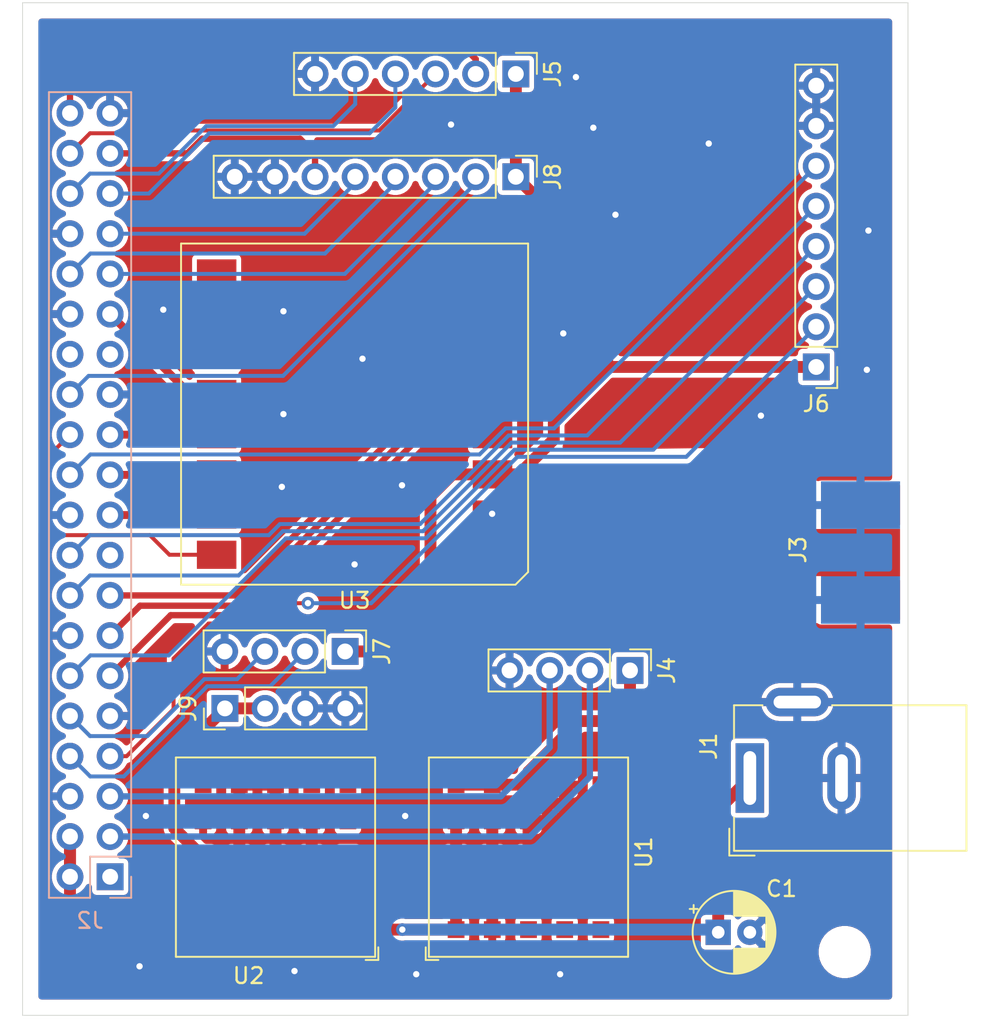
<source format=kicad_pcb>
(kicad_pcb (version 20171130) (host pcbnew 5.1.6-1.fc32)
  (layers (0 F.Cu signal) (31 B.Cu signal) (34 B.Paste user) (35 F.Paste user) (36 B.SilkS user) (37 F.SilkS user) (38 B.Mask user) (39 F.Mask user) (44 Edge.Cuts user))
  (net 0 "")
  (net 1 +VDC)
  (net 2 GND)
  (net 3 "Net-(J2-Pad1)")
  (net 4 +5V)
  (net 5 "Net-(J2-Pad3)")
  (net 6 "Net-(J2-Pad5)")
  (net 7 "Net-(J2-Pad7)")
  (net 8 "Net-(J2-Pad8)")
  (net 9 "Net-(J2-Pad10)")
  (net 10 "Net-(J2-Pad12)")
  (net 11 /LORA_RESET)
  (net 12 "Net-(J2-Pad16)")
  (net 13 "Net-(J2-Pad17)")
  (net 14 /LORA_DIO0)
  (net 15 /SPI0_MOSI)
  (net 16 /SPI0_MISO)
  (net 17 /LORA_RX_SW)
  (net 18 /SPI0_SCLK)
  (net 19 /~SPI0_CE0)
  (net 20 "Net-(J2-Pad26)")
  (net 21 "Net-(J2-Pad27)")
  (net 22 "Net-(J2-Pad28)")
  (net 23 "Net-(J2-Pad31)")
  (net 24 "Net-(J2-Pad32)")
  (net 25 "Net-(J2-Pad33)")
  (net 26 "Net-(J2-Pad35)")
  (net 27 "Net-(J2-Pad36)")
  (net 28 /LORA_TX_SW)
  (net 29 "Net-(J2-Pad38)")
  (net 30 "Net-(J2-Pad40)")
  (net 31 "Net-(U1-PadE5)")
  (net 32 +3V3)
  (net 33 "Net-(U1-PadE2)")
  (net 34 "Net-(U1-PadE1)")
  (net 35 "Net-(U1-PadD1)")
  (net 36 "Net-(U1-PadC1)")
  (net 37 "Net-(U2-PadC1)")
  (net 38 "Net-(U2-PadD1)")
  (net 39 "Net-(U2-PadE1)")
  (net 40 "Net-(U2-PadE2)")
  (net 41 "Net-(U2-PadE5)")
  (net 42 "Net-(U3-Pad11)")
  (net 43 "Net-(U3-Pad10)")
  (net 44 "Net-(U3-Pad7)")
  (net 45 "Net-(U3-Pad9)")
  (net 46 "Net-(U3-Pad8)")
  (net 47 "Net-(J2-Pad18)")
  (net 48 "Net-(J2-Pad22)")
  (net 49 "Net-(J2-Pad37)")
  (net 50 /ANT)
  (module Connector_PinHeader_2.54mm:PinHeader_1x04_P2.54mm_Vertical (layer F.Cu) (at 68.8 108.6 90)
    (fp_text reference J9 (at 0 -2.33 90) (layer F.SilkS))
    (fp_text value Conn_01x04)
    (pad 4 thru_hole oval (at 0 7.62 90) (size 1.7 1.7) (drill 1) (layers *.Cu *.Mask) (net 2 GND))
    (pad 3 thru_hole oval (at 0 5.08 90) (size 1.7 1.7) (drill 1) (layers *.Cu *.Mask) (net 2 GND))
    (pad 2 thru_hole oval (at 0 2.54 90) (size 1.7 1.7) (drill 1) (layers *.Cu *.Mask) (net 4 +5V))
    (pad 1 thru_hole rect (at 0 0 90) (size 1.7 1.7) (drill 1) (layers *.Cu *.Mask) (net 4 +5V))
  )
  (module Connector_PinHeader_2.54mm:PinHeader_1x08_P2.54mm_Vertical (layer F.Cu) (at 87.2 75 270)
    (fp_text reference J8 (at 0 -2.33 90) (layer F.SilkS))
    (fp_text value Conn_01x08)
    (pad 8 thru_hole oval (at 0 17.78 270) (size 1.7 1.7) (drill 1) (layers *.Cu *.Mask) (net 2 GND))
    (pad 7 thru_hole oval (at 0 15.24 270) (size 1.7 1.7) (drill 1) (layers *.Cu *.Mask) (net 2 GND))
    (pad 6 thru_hole oval (at 0 12.7 270) (size 1.7 1.7) (drill 1) (layers *.Cu *.Mask) (net 49 "Net-(J2-Pad37)"))
    (pad 5 thru_hole oval (at 0 10.16 270) (size 1.7 1.7) (drill 1) (layers *.Cu *.Mask) (net 25 "Net-(J2-Pad33)"))
    (pad 4 thru_hole oval (at 0 7.62 270) (size 1.7 1.7) (drill 1) (layers *.Cu *.Mask) (net 24 "Net-(J2-Pad32)"))
    (pad 3 thru_hole oval (at 0 5.08 270) (size 1.7 1.7) (drill 1) (layers *.Cu *.Mask) (net 23 "Net-(J2-Pad31)"))
    (pad 2 thru_hole oval (at 0 2.54 270) (size 1.7 1.7) (drill 1) (layers *.Cu *.Mask) (net 20 "Net-(J2-Pad26)"))
    (pad 1 thru_hole rect (at 0 0 270) (size 1.7 1.7) (drill 1) (layers *.Cu *.Mask) (net 32 +3V3))
  )
  (module Connector_PinHeader_2.54mm:PinHeader_1x04_P2.54mm_Vertical (layer F.Cu) (at 76.4 105 270)
    (fp_text reference J7 (at 0 -2.33 90) (layer F.SilkS))
    (fp_text value Conn_01x04)
    (pad 4 thru_hole oval (at 0 7.62 270) (size 1.7 1.7) (drill 1) (layers *.Cu *.Mask) (net 2 GND))
    (pad 3 thru_hole oval (at 0 5.08 270) (size 1.7 1.7) (drill 1) (layers *.Cu *.Mask) (net 9 "Net-(J2-Pad10)"))
    (pad 2 thru_hole oval (at 0 2.54 270) (size 1.7 1.7) (drill 1) (layers *.Cu *.Mask) (net 8 "Net-(J2-Pad8)"))
    (pad 1 thru_hole rect (at 0 0 270) (size 1.7 1.7) (drill 1) (layers *.Cu *.Mask) (net 32 +3V3))
  )
  (module Connector_PinHeader_2.54mm:PinHeader_1x08_P2.54mm_Vertical (layer F.Cu) (at 106.2 87.02 180)
    (fp_text reference J6 (at 0 -2.33) (layer F.SilkS))
    (fp_text value Conn_01x08)
    (pad 8 thru_hole oval (at 0 17.78 180) (size 1.7 1.7) (drill 1) (layers *.Cu *.Mask) (net 2 GND))
    (pad 7 thru_hole oval (at 0 15.24 180) (size 1.7 1.7) (drill 1) (layers *.Cu *.Mask) (net 2 GND))
    (pad 6 thru_hole oval (at 0 12.7 180) (size 1.7 1.7) (drill 1) (layers *.Cu *.Mask) (net 48 "Net-(J2-Pad22)"))
    (pad 5 thru_hole oval (at 0 10.16 180) (size 1.7 1.7) (drill 1) (layers *.Cu *.Mask) (net 47 "Net-(J2-Pad18)"))
    (pad 4 thru_hole oval (at 0 7.62 180) (size 1.7 1.7) (drill 1) (layers *.Cu *.Mask) (net 12 "Net-(J2-Pad16)"))
    (pad 3 thru_hole oval (at 0 5.08 180) (size 1.7 1.7) (drill 1) (layers *.Cu *.Mask) (net 10 "Net-(J2-Pad12)"))
    (pad 2 thru_hole oval (at 0 2.54 180) (size 1.7 1.7) (drill 1) (layers *.Cu *.Mask) (net 7 "Net-(J2-Pad7)"))
    (pad 1 thru_hole rect (at 0 0 180) (size 1.7 1.7) (drill 1) (layers *.Cu *.Mask) (net 32 +3V3))
  )
  (module Connector_PinHeader_2.54mm:PinHeader_1x06_P2.54mm_Vertical (layer F.Cu) (at 87.2 68.5 270)
    (fp_text reference J5 (at 0 -2.33 90) (layer F.SilkS))
    (fp_text value Conn_01x06)
    (pad 6 thru_hole oval (at 0 12.7 270) (size 1.7 1.7) (drill 1) (layers *.Cu *.Mask) (net 2 GND))
    (pad 5 thru_hole oval (at 0 10.16 270) (size 1.7 1.7) (drill 1) (layers *.Cu *.Mask) (net 27 "Net-(J2-Pad36)"))
    (pad 4 thru_hole oval (at 0 7.62 270) (size 1.7 1.7) (drill 1) (layers *.Cu *.Mask) (net 26 "Net-(J2-Pad35)"))
    (pad 3 thru_hole oval (at 0 5.08 270) (size 1.7 1.7) (drill 1) (layers *.Cu *.Mask) (net 29 "Net-(J2-Pad38)"))
    (pad 2 thru_hole oval (at 0 2.54 270) (size 1.7 1.7) (drill 1) (layers *.Cu *.Mask) (net 30 "Net-(J2-Pad40)"))
    (pad 1 thru_hole rect (at 0 0 270) (size 1.7 1.7) (drill 1) (layers *.Cu *.Mask) (net 32 +3V3))
  )
  (module Connector_PinHeader_2.54mm:PinHeader_1x04_P2.54mm_Vertical (layer F.Cu) (at 94.42 106.2 270)
    (fp_text reference J4 (at 0 -2.33 90) (layer F.SilkS))
    (fp_text value Conn_01x04)
    (pad 4 thru_hole oval (at 0 7.62 270) (size 1.7 1.7) (drill 1) (layers *.Cu *.Mask) (net 2 GND))
    (pad 3 thru_hole oval (at 0 5.08 270) (size 1.7 1.7) (drill 1) (layers *.Cu *.Mask) (net 6 "Net-(J2-Pad5)"))
    (pad 2 thru_hole oval (at 0 2.54 270) (size 1.7 1.7) (drill 1) (layers *.Cu *.Mask) (net 5 "Net-(J2-Pad3)"))
    (pad 1 thru_hole rect (at 0 0 270) (size 1.7 1.7) (drill 1) (layers *.Cu *.Mask) (net 32 +3V3))
  )
  (module pi-lora-board:BarrelJack_Wuerth_6941xx301002 (layer F.Cu) (at 102 113 90)
    (fp_text reference J1 (at 2 -2.6 90) (layer F.SilkS))
    (fp_text value VDC_in)
    (pad 1 thru_hole rect (at 0 0 90) (size 4.4 1.8) (drill oval 3.4 0.8) (layers *.Cu *.Mask) (net 1 +VDC))
    (pad 2 thru_hole oval (at 0 5.8 90) (size 4 1.8) (drill oval 3 0.8) (layers *.Cu *.Mask) (net 2 GND))
    (pad 3 thru_hole oval (at 4.8 3 180) (size 4 1.8) (drill oval 3 0.8) (layers *.Cu *.Mask) (net 2 GND))
  )
  (module pi-lora-board:LoRa-16 (layer F.Cu) (at 77 90 90)
    (fp_text reference U3 (at -11.78 0) (layer F.SilkS))
    (fp_text value RF-LoRa-868-SO)
    (pad 16 smd rect (at -8.89 -8.725 90) (size 1.78 2.5) (layers F.Cu F.Paste F.Mask) (net 19 /~SPI0_CE0))
    (pad 1 smd rect (at -8.89 8.725 90) (size 1.78 2.5) (layers F.Cu F.Paste F.Mask) (net 50 /ANT))
    (pad 15 smd rect (at -6.35 -8.725 90) (size 1.78 2.5) (layers F.Cu F.Paste F.Mask) (net 15 /SPI0_MOSI))
    (pad 2 smd rect (at -6.35 8.725 90) (size 1.78 2.5) (layers F.Cu F.Paste F.Mask) (net 2 GND))
    (pad 14 smd rect (at -3.81 -8.725 90) (size 1.78 2.5) (layers F.Cu F.Paste F.Mask) (net 16 /SPI0_MISO))
    (pad 3 smd rect (at -3.81 8.725 90) (size 1.78 2.5) (layers F.Cu F.Paste F.Mask) (net 32 +3V3))
    (pad 13 smd rect (at -1.27 -8.725 90) (size 1.78 2.5) (layers F.Cu F.Paste F.Mask) (net 18 /SPI0_SCLK))
    (pad 4 smd rect (at -1.27 8.725 90) (size 1.78 2.5) (layers F.Cu F.Paste F.Mask) (net 17 /LORA_RX_SW))
    (pad 12 smd rect (at 1.27 -8.725 90) (size 1.78 2.5) (layers F.Cu F.Paste F.Mask) (net 11 /LORA_RESET))
    (pad 5 smd rect (at 1.27 8.725 90) (size 1.78 2.5) (layers F.Cu F.Paste F.Mask) (net 28 /LORA_TX_SW))
    (pad 11 smd rect (at 3.81 -8.725 90) (size 1.78 2.5) (layers F.Cu F.Paste F.Mask) (net 42 "Net-(U3-Pad11)"))
    (pad 6 smd rect (at 3.81 8.725 90) (size 1.78 2.5) (layers F.Cu F.Paste F.Mask) (net 14 /LORA_DIO0))
    (pad 10 smd rect (at 6.35 -8.725 90) (size 1.78 2.5) (layers F.Cu F.Paste F.Mask) (net 43 "Net-(U3-Pad10)"))
    (pad 7 smd rect (at 6.35 8.725 90) (size 1.78 2.5) (layers F.Cu F.Paste F.Mask) (net 44 "Net-(U3-Pad7)"))
    (pad 9 smd rect (at 8.89 -8.725 90) (size 1.78 2.5) (layers F.Cu F.Paste F.Mask) (net 45 "Net-(U3-Pad9)"))
    (pad 8 smd rect (at 8.89 8.725 90) (size 1.78 2.5) (layers F.Cu F.Paste F.Mask) (net 46 "Net-(U3-Pad8)"))
  )
  (module pi-lora-board:RS-PRO-EdgeMount-SMA (layer F.Cu) (at 109 98.75 90)
    (fp_text reference J3 (at 0.175 -3.95 90) (layer F.SilkS))
    (fp_text value SMA_Female)
    (pad 2 smd rect (at -3 0 90) (size 3 5) (layers B.Cu F.Paste F.Mask) (net 2 GND))
    (pad 2 smd rect (at 3 0 90) (size 3 5) (layers B.Cu F.Paste F.Mask) (net 2 GND))
    (pad 2 smd rect (at -3 0 90) (size 2.5 5) (layers F.Cu F.Paste F.Mask) (net 2 GND))
    (pad 2 smd rect (at 3 0 90) (size 2.5 5) (layers F.Cu F.Paste F.Mask) (net 2 GND))
    (pad 1 smd rect (at 0 0 90) (size 3 5) (layers F.Cu F.Paste F.Mask) (net 50 /ANT))
  )
  (module MountingHole:MountingHole_2.7mm_M2.5 (layer F.Cu) (at 108 124)
    (fp_text reference REF** hide)
    (fp_text value MountingHole_2.7mm_M2.5)
    (pad 1 np_thru_hole circle (at 0 0) (size 2.7 2.7) (drill 2.7) (layers *.Cu *.Mask))
  )
  (module Capacitor_THT:CP_Radial_D5.0mm_P2.00mm (layer F.Cu) (at 100 122.75)
    (fp_text reference C1 (at 4 -2.75) (layer F.SilkS))
    (fp_text value 3u3)
    (pad 1 thru_hole rect (at 0 0) (size 1.6 1.6) (drill 0.8) (layers *.Cu *.Mask) (net 1 +VDC))
    (pad 2 thru_hole circle (at 2 0) (size 1.6 1.6) (drill 0.8) (layers *.Cu *.Mask) (net 2 GND))
  )
  (module Connector_PinSocket_2.54mm:PinSocket_2x20_P2.54mm_Vertical (layer B.Cu) (at 61.54 119.24)
    (fp_text reference J2 (at -1.27 2.77) (layer B.SilkS) (effects (justify mirror)))
    (fp_text value "RPi 3B Header")
    (pad 1 thru_hole rect (at 0 0) (size 1.7 1.7) (drill 1) (layers *.Cu *.Mask) (net 3 "Net-(J2-Pad1)"))
    (pad 2 thru_hole oval (at -2.54 0) (size 1.7 1.7) (drill 1) (layers *.Cu *.Mask) (net 4 +5V))
    (pad 3 thru_hole oval (at 0 -2.54) (size 1.7 1.7) (drill 1) (layers *.Cu *.Mask) (net 5 "Net-(J2-Pad3)"))
    (pad 4 thru_hole oval (at -2.54 -2.54) (size 1.7 1.7) (drill 1) (layers *.Cu *.Mask) (net 4 +5V))
    (pad 5 thru_hole oval (at 0 -5.08) (size 1.7 1.7) (drill 1) (layers *.Cu *.Mask) (net 6 "Net-(J2-Pad5)"))
    (pad 6 thru_hole oval (at -2.54 -5.08) (size 1.7 1.7) (drill 1) (layers *.Cu *.Mask) (net 2 GND))
    (pad 7 thru_hole oval (at 0 -7.62) (size 1.7 1.7) (drill 1) (layers *.Cu *.Mask) (net 7 "Net-(J2-Pad7)"))
    (pad 8 thru_hole oval (at -2.54 -7.62) (size 1.7 1.7) (drill 1) (layers *.Cu *.Mask) (net 8 "Net-(J2-Pad8)"))
    (pad 9 thru_hole oval (at 0 -10.16) (size 1.7 1.7) (drill 1) (layers *.Cu *.Mask) (net 2 GND))
    (pad 10 thru_hole oval (at -2.54 -10.16) (size 1.7 1.7) (drill 1) (layers *.Cu *.Mask) (net 9 "Net-(J2-Pad10)"))
    (pad 11 thru_hole oval (at 0 -12.7) (size 1.7 1.7) (drill 1) (layers *.Cu *.Mask) (net 17 /LORA_RX_SW))
    (pad 12 thru_hole oval (at -2.54 -12.7) (size 1.7 1.7) (drill 1) (layers *.Cu *.Mask) (net 10 "Net-(J2-Pad12)"))
    (pad 13 thru_hole oval (at 0 -15.24) (size 1.7 1.7) (drill 1) (layers *.Cu *.Mask) (net 28 /LORA_TX_SW))
    (pad 14 thru_hole oval (at -2.54 -15.24) (size 1.7 1.7) (drill 1) (layers *.Cu *.Mask) (net 2 GND))
    (pad 15 thru_hole oval (at 0 -17.78) (size 1.7 1.7) (drill 1) (layers *.Cu *.Mask) (net 14 /LORA_DIO0))
    (pad 16 thru_hole oval (at -2.54 -17.78) (size 1.7 1.7) (drill 1) (layers *.Cu *.Mask) (net 12 "Net-(J2-Pad16)"))
    (pad 17 thru_hole oval (at 0 -20.32) (size 1.7 1.7) (drill 1) (layers *.Cu *.Mask) (net 13 "Net-(J2-Pad17)"))
    (pad 18 thru_hole oval (at -2.54 -20.32) (size 1.7 1.7) (drill 1) (layers *.Cu *.Mask) (net 47 "Net-(J2-Pad18)"))
    (pad 19 thru_hole oval (at 0 -22.86) (size 1.7 1.7) (drill 1) (layers *.Cu *.Mask) (net 15 /SPI0_MOSI))
    (pad 20 thru_hole oval (at -2.54 -22.86) (size 1.7 1.7) (drill 1) (layers *.Cu *.Mask) (net 2 GND))
    (pad 21 thru_hole oval (at 0 -25.4) (size 1.7 1.7) (drill 1) (layers *.Cu *.Mask) (net 16 /SPI0_MISO))
    (pad 22 thru_hole oval (at -2.54 -25.4) (size 1.7 1.7) (drill 1) (layers *.Cu *.Mask) (net 48 "Net-(J2-Pad22)"))
    (pad 23 thru_hole oval (at 0 -27.94) (size 1.7 1.7) (drill 1) (layers *.Cu *.Mask) (net 18 /SPI0_SCLK))
    (pad 24 thru_hole oval (at -2.54 -27.94) (size 1.7 1.7) (drill 1) (layers *.Cu *.Mask) (net 19 /~SPI0_CE0))
    (pad 25 thru_hole oval (at 0 -30.48) (size 1.7 1.7) (drill 1) (layers *.Cu *.Mask) (net 2 GND))
    (pad 26 thru_hole oval (at -2.54 -30.48) (size 1.7 1.7) (drill 1) (layers *.Cu *.Mask) (net 20 "Net-(J2-Pad26)"))
    (pad 27 thru_hole oval (at 0 -33.02) (size 1.7 1.7) (drill 1) (layers *.Cu *.Mask) (net 21 "Net-(J2-Pad27)"))
    (pad 28 thru_hole oval (at -2.54 -33.02) (size 1.7 1.7) (drill 1) (layers *.Cu *.Mask) (net 22 "Net-(J2-Pad28)"))
    (pad 29 thru_hole oval (at 0 -35.56) (size 1.7 1.7) (drill 1) (layers *.Cu *.Mask) (net 11 /LORA_RESET))
    (pad 30 thru_hole oval (at -2.54 -35.56) (size 1.7 1.7) (drill 1) (layers *.Cu *.Mask) (net 2 GND))
    (pad 31 thru_hole oval (at 0 -38.1) (size 1.7 1.7) (drill 1) (layers *.Cu *.Mask) (net 23 "Net-(J2-Pad31)"))
    (pad 32 thru_hole oval (at -2.54 -38.1) (size 1.7 1.7) (drill 1) (layers *.Cu *.Mask) (net 24 "Net-(J2-Pad32)"))
    (pad 33 thru_hole oval (at 0 -40.64) (size 1.7 1.7) (drill 1) (layers *.Cu *.Mask) (net 25 "Net-(J2-Pad33)"))
    (pad 34 thru_hole oval (at -2.54 -40.64) (size 1.7 1.7) (drill 1) (layers *.Cu *.Mask) (net 2 GND))
    (pad 35 thru_hole oval (at 0 -43.18) (size 1.7 1.7) (drill 1) (layers *.Cu *.Mask) (net 26 "Net-(J2-Pad35)"))
    (pad 36 thru_hole oval (at -2.54 -43.18) (size 1.7 1.7) (drill 1) (layers *.Cu *.Mask) (net 27 "Net-(J2-Pad36)"))
    (pad 37 thru_hole oval (at 0 -45.72) (size 1.7 1.7) (drill 1) (layers *.Cu *.Mask) (net 49 "Net-(J2-Pad37)"))
    (pad 38 thru_hole oval (at -2.54 -45.72) (size 1.7 1.7) (drill 1) (layers *.Cu *.Mask) (net 29 "Net-(J2-Pad38)"))
    (pad 39 thru_hole oval (at 0 -48.26) (size 1.7 1.7) (drill 1) (layers *.Cu *.Mask) (net 2 GND))
    (pad 40 thru_hole oval (at -2.54 -48.26) (size 1.7 1.7) (drill 1) (layers *.Cu *.Mask) (net 30 "Net-(J2-Pad40)"))
  )
  (module Converter_DCDC:Converter_DCDC_RECOM_RPMx.x-x.0 (layer F.Cu) (at 88 118 90)
    (fp_text reference U1 (at 0.3 7.3 90) (layer F.SilkS))
    (fp_text value RPM3.3-2.0)
    (pad E5 smd rect (at 4.58 4.58 90) (size 1.06 1.06) (layers F.Cu F.Paste F.Mask) (net 31 "Net-(U1-PadE5)"))
    (pad D5 smd rect (at 4.58 2.29 90) (size 1.06 1.06) (layers F.Cu F.Paste F.Mask) (net 2 GND))
    (pad C5 smd rect (at 4.58 0 90) (size 1.06 1.06) (layers F.Cu F.Paste F.Mask) (net 32 +3V3))
    (pad B5 smd rect (at 4.58 -2.29 90) (size 1.06 1.06) (layers F.Cu F.Paste F.Mask) (net 32 +3V3))
    (pad A5 smd rect (at 4.58 -4.58 90) (size 1.06 1.06) (layers F.Cu F.Paste F.Mask) (net 32 +3V3))
    (pad E4 smd rect (at 2.29 4.58 90) (size 1.06 1.06) (layers F.Cu F.Paste F.Mask) (net 2 GND))
    (pad D4 smd rect (at 2.29 2.29 90) (size 1.06 1.06) (layers F.Cu F.Paste F.Mask) (net 2 GND))
    (pad C4 smd rect (at 2.29 0 90) (size 1.06 1.06) (layers F.Cu F.Paste F.Mask) (net 2 GND))
    (pad B4 smd rect (at 2.29 -2.29 90) (size 1.06 1.06) (layers F.Cu F.Paste F.Mask) (net 2 GND))
    (pad A4 smd rect (at 2.29 -4.58 90) (size 1.06 1.06) (layers F.Cu F.Paste F.Mask) (net 2 GND))
    (pad E3 smd rect (at 0 4.58 90) (size 1.06 1.06) (layers F.Cu F.Paste F.Mask) (net 2 GND))
    (pad D3 smd rect (at 0 2.29 90) (size 1.06 1.06) (layers F.Cu F.Paste F.Mask) (net 2 GND))
    (pad C3 smd rect (at 0 0 90) (size 1.06 1.06) (layers F.Cu F.Paste F.Mask) (net 2 GND))
    (pad B3 smd rect (at 0 -2.29 90) (size 1.06 1.06) (layers F.Cu F.Paste F.Mask) (net 2 GND))
    (pad A3 smd rect (at 0 -4.58 90) (size 1.06 1.06) (layers F.Cu F.Paste F.Mask) (net 2 GND))
    (pad E2 smd rect (at -2.29 4.58 90) (size 1.06 1.06) (layers F.Cu F.Paste F.Mask) (net 33 "Net-(U1-PadE2)"))
    (pad D2 smd rect (at -2.29 2.29 90) (size 1.06 1.06) (layers F.Cu F.Paste F.Mask) (net 2 GND))
    (pad C2 smd rect (at -2.29 0 90) (size 1.06 1.06) (layers F.Cu F.Paste F.Mask) (net 2 GND))
    (pad B2 smd rect (at -2.29 -2.29 90) (size 1.06 1.06) (layers F.Cu F.Paste F.Mask) (net 2 GND))
    (pad A2 smd rect (at -2.29 -4.58 90) (size 1.06 1.06) (layers F.Cu F.Paste F.Mask) (net 1 +VDC))
    (pad E1 smd rect (at -4.58 4.58 90) (size 1.06 1.06) (layers F.Cu F.Paste F.Mask) (net 34 "Net-(U1-PadE1)"))
    (pad D1 smd rect (at -4.58 2.29 90) (size 1.06 1.06) (layers F.Cu F.Paste F.Mask) (net 35 "Net-(U1-PadD1)"))
    (pad C1 smd rect (at -4.58 0 90) (size 1.06 1.06) (layers F.Cu F.Paste F.Mask) (net 36 "Net-(U1-PadC1)"))
    (pad B1 smd rect (at -4.58 -2.29 90) (size 1.06 1.06) (layers F.Cu F.Paste F.Mask) (net 2 GND))
    (pad A1 smd rect (at -4.58 -4.58 90) (size 1.06 1.06) (layers F.Cu F.Paste F.Mask) (net 1 +VDC))
  )
  (module Converter_DCDC:Converter_DCDC_RECOM_RPMx.x-x.0 (layer F.Cu) (at 72 118 180)
    (fp_text reference U2 (at 1.7 -7.5) (layer F.SilkS))
    (fp_text value RPM5.0-2.0)
    (pad A1 smd rect (at -4.58 -4.58 180) (size 1.06 1.06) (layers F.Cu F.Paste F.Mask) (net 1 +VDC))
    (pad B1 smd rect (at -4.58 -2.29 180) (size 1.06 1.06) (layers F.Cu F.Paste F.Mask) (net 2 GND))
    (pad C1 smd rect (at -4.58 0 180) (size 1.06 1.06) (layers F.Cu F.Paste F.Mask) (net 37 "Net-(U2-PadC1)"))
    (pad D1 smd rect (at -4.58 2.29 180) (size 1.06 1.06) (layers F.Cu F.Paste F.Mask) (net 38 "Net-(U2-PadD1)"))
    (pad E1 smd rect (at -4.58 4.58 180) (size 1.06 1.06) (layers F.Cu F.Paste F.Mask) (net 39 "Net-(U2-PadE1)"))
    (pad A2 smd rect (at -2.29 -4.58 180) (size 1.06 1.06) (layers F.Cu F.Paste F.Mask) (net 1 +VDC))
    (pad B2 smd rect (at -2.29 -2.29 180) (size 1.06 1.06) (layers F.Cu F.Paste F.Mask) (net 2 GND))
    (pad C2 smd rect (at -2.29 0 180) (size 1.06 1.06) (layers F.Cu F.Paste F.Mask) (net 2 GND))
    (pad D2 smd rect (at -2.29 2.29 180) (size 1.06 1.06) (layers F.Cu F.Paste F.Mask) (net 2 GND))
    (pad E2 smd rect (at -2.29 4.58 180) (size 1.06 1.06) (layers F.Cu F.Paste F.Mask) (net 40 "Net-(U2-PadE2)"))
    (pad A3 smd rect (at 0 -4.58 180) (size 1.06 1.06) (layers F.Cu F.Paste F.Mask) (net 2 GND))
    (pad B3 smd rect (at 0 -2.29 180) (size 1.06 1.06) (layers F.Cu F.Paste F.Mask) (net 2 GND))
    (pad C3 smd rect (at 0 0 180) (size 1.06 1.06) (layers F.Cu F.Paste F.Mask) (net 2 GND))
    (pad D3 smd rect (at 0 2.29 180) (size 1.06 1.06) (layers F.Cu F.Paste F.Mask) (net 2 GND))
    (pad E3 smd rect (at 0 4.58 180) (size 1.06 1.06) (layers F.Cu F.Paste F.Mask) (net 2 GND))
    (pad A4 smd rect (at 2.29 -4.58 180) (size 1.06 1.06) (layers F.Cu F.Paste F.Mask) (net 2 GND))
    (pad B4 smd rect (at 2.29 -2.29 180) (size 1.06 1.06) (layers F.Cu F.Paste F.Mask) (net 2 GND))
    (pad C4 smd rect (at 2.29 0 180) (size 1.06 1.06) (layers F.Cu F.Paste F.Mask) (net 2 GND))
    (pad D4 smd rect (at 2.29 2.29 180) (size 1.06 1.06) (layers F.Cu F.Paste F.Mask) (net 2 GND))
    (pad E4 smd rect (at 2.29 4.58 180) (size 1.06 1.06) (layers F.Cu F.Paste F.Mask) (net 2 GND))
    (pad A5 smd rect (at 4.58 -4.58 180) (size 1.06 1.06) (layers F.Cu F.Paste F.Mask) (net 4 +5V))
    (pad B5 smd rect (at 4.58 -2.29 180) (size 1.06 1.06) (layers F.Cu F.Paste F.Mask) (net 4 +5V))
    (pad C5 smd rect (at 4.58 0 180) (size 1.06 1.06) (layers F.Cu F.Paste F.Mask) (net 4 +5V))
    (pad D5 smd rect (at 4.58 2.29 180) (size 1.06 1.06) (layers F.Cu F.Paste F.Mask) (net 2 GND))
    (pad E5 smd rect (at 4.58 4.58 180) (size 1.06 1.06) (layers F.Cu F.Paste F.Mask) (net 41 "Net-(U2-PadE5)"))
  )
  (gr_line (start 112 128) (end 56 128) (layer Edge.Cuts) (width 0.05))
  (gr_line (start 112 64) (end 112 128) (layer Edge.Cuts) (width 0.05))
  (gr_line (start 56 64) (end 112 64) (layer Edge.Cuts) (width 0.05))
  (gr_line (start 56 128) (end 56 64) (layer Edge.Cuts) (width 0.05))
  (segment (start 102 113) (end 101.75 113) (width 0.75) (layer F.Cu) (net 1))
  (segment (start 100 115) (end 100 122.75) (width 0.75) (layer F.Cu) (net 1))
  (segment (start 102 113) (end 100 115) (width 0.75) (layer F.Cu) (net 1))
  (segment (start 83.42 120.29) (end 83.42 122.58) (width 0.75) (layer F.Cu) (net 1))
  (segment (start 74.29 122.58) (end 76.58 122.58) (width 0.75) (layer F.Cu) (net 1))
  (segment (start 76.58 122.58) (end 80.02 122.58) (width 0.75) (layer F.Cu) (net 1))
  (segment (start 80.02 122.58) (end 83.42 122.58) (width 0.75) (layer F.Cu) (net 1))
  (via (at 80.02 122.58) (size 0.8) (drill 0.4) (layers F.Cu B.Cu) (net 1))
  (segment (start 99.83 122.58) (end 100 122.75) (width 0.75) (layer B.Cu) (net 1))
  (segment (start 80.02 122.58) (end 99.83 122.58) (width 0.75) (layer B.Cu) (net 1))
  (via (at 85.7 96.3) (size 0.8) (drill 0.4) (layers F.Cu B.Cu) (net 2))
  (segment (start 83.42 115.71) (end 83.42 118) (width 0.75) (layer F.Cu) (net 2))
  (segment (start 83.42 115.71) (end 85.71 115.71) (width 0.75) (layer F.Cu) (net 2))
  (segment (start 83.42 118) (end 85.71 118) (width 0.75) (layer F.Cu) (net 2))
  (segment (start 85.71 115.71) (end 85.71 118) (width 0.75) (layer F.Cu) (net 2))
  (segment (start 85.71 115.71) (end 92.58 115.71) (width 0.75) (layer F.Cu) (net 2))
  (segment (start 85.71 118) (end 92.58 118) (width 0.75) (layer F.Cu) (net 2))
  (segment (start 90.29 113.42) (end 90.29 120.29) (width 0.75) (layer F.Cu) (net 2))
  (segment (start 92.58 115.71) (end 92.58 118) (width 0.75) (layer F.Cu) (net 2))
  (segment (start 88 115.71) (end 88 120.29) (width 0.75) (layer F.Cu) (net 2))
  (segment (start 90.29 120.29) (end 85.71 120.29) (width 0.75) (layer F.Cu) (net 2))
  (segment (start 85.71 115.71) (end 85.71 122.58) (width 0.75) (layer F.Cu) (net 2))
  (segment (start 67.42 115.71) (end 74.29 115.71) (width 0.75) (layer F.Cu) (net 2))
  (segment (start 69.71 113.42) (end 69.71 122.58) (width 0.75) (layer F.Cu) (net 2))
  (segment (start 72 113.42) (end 72 122.58) (width 0.75) (layer F.Cu) (net 2))
  (segment (start 74.29 115.71) (end 74.29 120.29) (width 0.75) (layer F.Cu) (net 2))
  (segment (start 69.71 120.29) (end 76.58 120.29) (width 0.75) (layer F.Cu) (net 2))
  (segment (start 69.71 122.58) (end 72 122.58) (width 0.75) (layer F.Cu) (net 2))
  (segment (start 69.71 118) (end 72 118) (width 0.75) (layer F.Cu) (net 2))
  (segment (start 69.71 113.42) (end 72 113.42) (width 0.75) (layer F.Cu) (net 2))
  (segment (start 72 118) (end 74.29 118) (width 0.75) (layer F.Cu) (net 2))
  (via (at 77 99.5) (size 0.8) (drill 0.4) (layers F.Cu B.Cu) (net 2))
  (via (at 72.5 83.5) (size 0.8) (drill 0.4) (layers F.Cu B.Cu) (net 2))
  (via (at 72.5 90) (size 0.8) (drill 0.4) (layers F.Cu B.Cu) (net 2))
  (via (at 77.5 86.5) (size 0.8) (drill 0.4) (layers F.Cu B.Cu) (net 2))
  (via (at 80 94.5) (size 0.8) (drill 0.4) (layers F.Cu B.Cu) (net 2))
  (via (at 80.2 115.4) (size 0.8) (drill 0.4) (layers F.Cu B.Cu) (net 2))
  (via (at 63.8 115.4) (size 0.8) (drill 0.4) (layers F.Cu B.Cu) (net 2))
  (via (at 63.4 124.9) (size 0.8) (drill 0.4) (layers F.Cu B.Cu) (net 2))
  (via (at 83.1 71.7) (size 0.8) (drill 0.4) (layers F.Cu B.Cu) (net 2))
  (via (at 90.2 84.9) (size 0.8) (drill 0.4) (layers F.Cu B.Cu) (net 2))
  (via (at 91 68.7) (size 0.8) (drill 0.4) (layers F.Cu B.Cu) (net 2))
  (via (at 92.1 71.9) (size 0.8) (drill 0.4) (layers F.Cu B.Cu) (net 2))
  (via (at 93.5 77.4) (size 0.8) (drill 0.4) (layers F.Cu B.Cu) (net 2))
  (via (at 99.4 72.9) (size 0.8) (drill 0.4) (layers F.Cu B.Cu) (net 2))
  (via (at 109.5 78.4) (size 0.8) (drill 0.4) (layers F.Cu B.Cu) (net 2))
  (via (at 109.4 87.2) (size 0.8) (drill 0.4) (layers F.Cu B.Cu) (net 2))
  (via (at 73.2 125.2) (size 0.8) (drill 0.4) (layers F.Cu B.Cu) (net 2))
  (via (at 80.9 125.4) (size 0.8) (drill 0.4) (layers F.Cu B.Cu) (net 2))
  (via (at 90 125.4) (size 0.8) (drill 0.4) (layers F.Cu B.Cu) (net 2))
  (via (at 102.7 90.1) (size 0.8) (drill 0.4) (layers F.Cu B.Cu) (net 2))
  (via (at 72.4 94.6) (size 0.8) (drill 0.4) (layers F.Cu B.Cu) (net 2))
  (via (at 64.9 83.4) (size 0.8) (drill 0.4) (layers F.Cu B.Cu) (net 2))
  (segment (start 59 119.24) (end 59 116.7) (width 0.75) (layer F.Cu) (net 4))
  (segment (start 67.42 118) (end 67.42 120.29) (width 0.5) (layer F.Cu) (net 4))
  (segment (start 67.42 122.58) (end 67.42 120.29) (width 0.5) (layer F.Cu) (net 4))
  (segment (start 59 119.24) (end 59 120.8) (width 0.5) (layer F.Cu) (net 4))
  (segment (start 67.42 118) (end 67.42 122.58) (width 0.75) (layer F.Cu) (net 4))
  (segment (start 62.144998 122.58) (end 60.78 122.58) (width 0.75) (layer F.Cu) (net 4))
  (segment (start 67.42 122.58) (end 62.144998 122.58) (width 0.75) (layer F.Cu) (net 4))
  (segment (start 59 120.8) (end 59 116.7) (width 0.75) (layer F.Cu) (net 4))
  (segment (start 60.78 122.58) (end 59 120.8) (width 0.75) (layer F.Cu) (net 4))
  (segment (start 68.8 108.6) (end 71.34 108.6) (width 0.75) (layer F.Cu) (net 4))
  (segment (start 65.6 111.8) (end 68.8 108.6) (width 0.75) (layer F.Cu) (net 4))
  (segment (start 65.6 116.18) (end 65.6 111.8) (width 0.75) (layer F.Cu) (net 4))
  (segment (start 67.42 118) (end 65.6 116.18) (width 0.75) (layer F.Cu) (net 4))
  (segment (start 61.54 116.7) (end 88.1 116.7) (width 0.4) (layer B.Cu) (net 5))
  (segment (start 91.88 112.92) (end 91.88 106.2) (width 0.4) (layer B.Cu) (net 5))
  (segment (start 88.1 116.7) (end 91.88 112.92) (width 0.4) (layer B.Cu) (net 5))
  (segment (start 61.54 114.16) (end 86.24 114.16) (width 0.4) (layer B.Cu) (net 6))
  (segment (start 89.34 111.06) (end 89.34 106.2) (width 0.4) (layer B.Cu) (net 6))
  (segment (start 86.24 114.16) (end 89.34 111.06) (width 0.4) (layer B.Cu) (net 6))
  (segment (start 61.54 111.62) (end 62.58 111.62) (width 0.25) (layer F.Cu) (net 7))
  (segment (start 67.76497 103.23503) (end 70.075241 103.235029) (width 0.25) (layer F.Cu) (net 7))
  (segment (start 65.55 105.45) (end 67.76497 103.23503) (width 0.25) (layer F.Cu) (net 7))
  (segment (start 65.55 108.65) (end 65.55 105.45) (width 0.25) (layer F.Cu) (net 7))
  (segment (start 62.58 111.62) (end 65.55 108.65) (width 0.25) (layer F.Cu) (net 7))
  (via (at 74.05 101.95) (size 0.8) (drill 0.4) (layers F.Cu B.Cu) (net 7))
  (segment (start 71.36027 101.95) (end 74.05 101.95) (width 0.25) (layer F.Cu) (net 7))
  (segment (start 70.075241 103.235029) (end 71.36027 101.95) (width 0.25) (layer F.Cu) (net 7))
  (segment (start 74.05 101.95) (end 78.05 101.95) (width 0.25) (layer B.Cu) (net 7))
  (segment (start 78.05 101.95) (end 87.3 92.7) (width 0.25) (layer B.Cu) (net 7))
  (segment (start 97.98 92.7) (end 106.2 84.48) (width 0.25) (layer B.Cu) (net 7))
  (segment (start 87.3 92.7) (end 97.98 92.7) (width 0.25) (layer B.Cu) (net 7))
  (segment (start 73.86 105) (end 71.66 107.2) (width 0.25) (layer B.Cu) (net 8))
  (segment (start 71.66 107.2) (end 70.3 107.2) (width 0.25) (layer B.Cu) (net 8))
  (segment (start 70.3 107.2) (end 67.95 107.2) (width 0.25) (layer B.Cu) (net 8))
  (segment (start 70.8 107.2) (end 71.66 107.2) (width 0.25) (layer B.Cu) (net 8))
  (segment (start 67.68641 107.2) (end 70.8 107.2) (width 0.25) (layer B.Cu) (net 8))
  (segment (start 66.15 108.73641) (end 67.68641 107.2) (width 0.25) (layer B.Cu) (net 8))
  (segment (start 66.15 109.15) (end 66.15 108.73641) (width 0.25) (layer B.Cu) (net 8))
  (segment (start 62.4 112.9) (end 66.15 109.15) (width 0.25) (layer B.Cu) (net 8))
  (segment (start 60.28 112.9) (end 62.4 112.9) (width 0.25) (layer B.Cu) (net 8))
  (segment (start 59 111.62) (end 60.28 112.9) (width 0.25) (layer B.Cu) (net 8))
  (segment (start 69.570011 106.749989) (end 71.32 105) (width 0.25) (layer B.Cu) (net 9))
  (segment (start 67.500011 106.749989) (end 69.570011 106.749989) (width 0.25) (layer B.Cu) (net 9))
  (segment (start 63.9 110.35) (end 67.500011 106.749989) (width 0.25) (layer B.Cu) (net 9))
  (segment (start 60.27 110.35) (end 63.9 110.35) (width 0.25) (layer B.Cu) (net 9))
  (segment (start 59 109.08) (end 60.27 110.35) (width 0.25) (layer B.Cu) (net 9))
  (segment (start 95.89001 92.24999) (end 106.2 81.94) (width 0.25) (layer B.Cu) (net 10))
  (segment (start 87.1136 92.24999) (end 95.89001 92.24999) (width 0.25) (layer B.Cu) (net 10))
  (segment (start 81.51359 97.85) (end 87.1136 92.24999) (width 0.25) (layer B.Cu) (net 10))
  (segment (start 72.65 97.85) (end 81.51359 97.85) (width 0.25) (layer B.Cu) (net 10))
  (segment (start 65.25 105.25) (end 72.65 97.85) (width 0.25) (layer B.Cu) (net 10))
  (segment (start 60.29 105.25) (end 65.25 105.25) (width 0.25) (layer B.Cu) (net 10))
  (segment (start 59 106.54) (end 60.29 105.25) (width 0.25) (layer B.Cu) (net 10))
  (segment (start 66.59 88.73) (end 68.275 88.73) (width 0.5) (layer F.Cu) (net 11))
  (segment (start 61.54 83.68) (end 66.59 88.73) (width 0.5) (layer F.Cu) (net 11))
  (segment (start 93.80002 91.79998) (end 106.2 79.4) (width 0.25) (layer B.Cu) (net 12))
  (segment (start 86.9272 91.79998) (end 93.80002 91.79998) (width 0.25) (layer B.Cu) (net 12))
  (segment (start 72.4636 97.39999) (end 81.32719 97.39999) (width 0.25) (layer B.Cu) (net 12))
  (segment (start 81.32719 97.39999) (end 86.9272 91.79998) (width 0.25) (layer B.Cu) (net 12))
  (segment (start 69.66359 100.2) (end 72.4636 97.39999) (width 0.25) (layer B.Cu) (net 12))
  (segment (start 60.26 100.2) (end 69.66359 100.2) (width 0.25) (layer B.Cu) (net 12))
  (segment (start 59 101.46) (end 60.26 100.2) (width 0.25) (layer B.Cu) (net 12))
  (segment (start 84.61 86.19) (end 85.725 86.19) (width 0.5) (layer F.Cu) (net 14))
  (segment (start 84.68071 86.19) (end 85.725 86.19) (width 0.4) (layer F.Cu) (net 14))
  (segment (start 69.41071 101.46) (end 84.68071 86.19) (width 0.4) (layer F.Cu) (net 14))
  (segment (start 61.54 101.46) (end 69.41071 101.46) (width 0.4) (layer F.Cu) (net 14))
  (segment (start 68.245 96.38) (end 68.275 96.35) (width 0.5) (layer F.Cu) (net 15))
  (segment (start 61.54 96.38) (end 68.245 96.38) (width 0.5) (layer F.Cu) (net 15))
  (segment (start 68.245 93.84) (end 68.275 93.81) (width 0.5) (layer F.Cu) (net 16))
  (segment (start 61.54 93.84) (end 68.245 93.84) (width 0.5) (layer F.Cu) (net 16))
  (segment (start 85.539998 91.27) (end 85.725 91.27) (width 0.25) (layer F.Cu) (net 17))
  (segment (start 81.297794 91.27) (end 69.857774 102.71002) (width 0.4) (layer F.Cu) (net 17))
  (segment (start 85.725 91.27) (end 81.297794 91.27) (width 0.4) (layer F.Cu) (net 17))
  (segment (start 65.36998 102.71002) (end 61.54 106.54) (width 0.4) (layer F.Cu) (net 17))
  (segment (start 69.857774 102.71002) (end 65.36998 102.71002) (width 0.4) (layer F.Cu) (net 17))
  (segment (start 68.245 91.3) (end 68.275 91.27) (width 0.5) (layer F.Cu) (net 18))
  (segment (start 61.54 91.3) (end 68.245 91.3) (width 0.5) (layer F.Cu) (net 18))
  (segment (start 65.29 98.89) (end 68.275 98.89) (width 0.25) (layer F.Cu) (net 19))
  (segment (start 64.05 97.65) (end 65.29 98.89) (width 0.25) (layer F.Cu) (net 19))
  (segment (start 58.2 97.65) (end 64.05 97.65) (width 0.25) (layer F.Cu) (net 19))
  (segment (start 57.5 92.8) (end 57.5 96.95) (width 0.25) (layer F.Cu) (net 19))
  (segment (start 57.5 96.95) (end 58.2 97.65) (width 0.25) (layer F.Cu) (net 19))
  (segment (start 59 91.3) (end 57.5 92.8) (width 0.25) (layer F.Cu) (net 19))
  (segment (start 72.475001 87.584999) (end 80.73 79.33) (width 0.25) (layer B.Cu) (net 20))
  (segment (start 60.175001 87.584999) (end 72.475001 87.584999) (width 0.25) (layer B.Cu) (net 20))
  (segment (start 59 88.76) (end 60.175001 87.584999) (width 0.25) (layer B.Cu) (net 20))
  (segment (start 80.73 79.33) (end 85.06 75) (width 0.25) (layer B.Cu) (net 20))
  (segment (start 76.38 81.14) (end 82.52 75) (width 0.25) (layer B.Cu) (net 23))
  (segment (start 61.54 81.14) (end 76.38 81.14) (width 0.25) (layer B.Cu) (net 23))
  (segment (start 75.13 79.85) (end 79.98 75) (width 0.25) (layer B.Cu) (net 24))
  (segment (start 60.29 79.85) (end 75.13 79.85) (width 0.25) (layer B.Cu) (net 24))
  (segment (start 59 81.14) (end 60.29 79.85) (width 0.25) (layer B.Cu) (net 24))
  (segment (start 73.84 78.6) (end 77.44 75) (width 0.25) (layer B.Cu) (net 25))
  (segment (start 61.54 78.6) (end 73.84 78.6) (width 0.25) (layer B.Cu) (net 25))
  (segment (start 61.54 76.06) (end 63.99 76.06) (width 0.25) (layer B.Cu) (net 26))
  (segment (start 63.99 76.06) (end 67.8 72.25) (width 0.25) (layer B.Cu) (net 26))
  (segment (start 67.8 72.25) (end 77.95 72.25) (width 0.25) (layer B.Cu) (net 26))
  (segment (start 79.58 70.62) (end 79.58 68.5) (width 0.25) (layer B.Cu) (net 26))
  (segment (start 77.95 72.25) (end 79.58 70.62) (width 0.25) (layer B.Cu) (net 26))
  (segment (start 75.65001 71.79999) (end 77.04 70.41) (width 0.25) (layer B.Cu) (net 27))
  (segment (start 67.6136 71.79999) (end 75.65001 71.79999) (width 0.25) (layer B.Cu) (net 27))
  (segment (start 64.61359 74.8) (end 67.6136 71.79999) (width 0.25) (layer B.Cu) (net 27))
  (segment (start 77.04 70.41) (end 77.04 68.5) (width 0.25) (layer B.Cu) (net 27))
  (segment (start 60.26 74.8) (end 64.61359 74.8) (width 0.25) (layer B.Cu) (net 27))
  (segment (start 59 76.06) (end 60.26 74.8) (width 0.25) (layer B.Cu) (net 27))
  (segment (start 85.539998 88.73) (end 85.725 88.73) (width 0.25) (layer F.Cu) (net 28))
  (segment (start 61.54 104) (end 63.42999 102.11001) (width 0.4) (layer F.Cu) (net 28))
  (segment (start 82.989252 88.73) (end 85.725 88.73) (width 0.4) (layer F.Cu) (net 28))
  (segment (start 69.609242 102.11001) (end 82.989252 88.73) (width 0.4) (layer F.Cu) (net 28))
  (segment (start 63.42999 102.11001) (end 69.609242 102.11001) (width 0.4) (layer F.Cu) (net 28))
  (segment (start 60.27 72.25) (end 59 73.52) (width 0.25) (layer F.Cu) (net 29))
  (segment (start 65.3 72.25) (end 60.27 72.25) (width 0.25) (layer F.Cu) (net 29))
  (segment (start 65.47501 72.07499) (end 65.3 72.25) (width 0.25) (layer F.Cu) (net 29))
  (segment (start 78.54501 72.07499) (end 65.47501 72.07499) (width 0.25) (layer F.Cu) (net 29))
  (segment (start 82.12 68.5) (end 78.54501 72.07499) (width 0.25) (layer F.Cu) (net 29))
  (segment (start 59 70.98) (end 59 68.2) (width 0.4) (layer F.Cu) (net 30))
  (segment (start 59 68.2) (end 60.65 66.55) (width 0.4) (layer F.Cu) (net 30))
  (segment (start 60.65 66.55) (end 83.65 66.55) (width 0.4) (layer F.Cu) (net 30))
  (segment (start 84.66 67.56) (end 84.66 68.5) (width 0.4) (layer F.Cu) (net 30))
  (segment (start 83.65 66.55) (end 84.66 67.56) (width 0.4) (layer F.Cu) (net 30))
  (segment (start 88 113.42) (end 85.71 113.42) (width 0.5) (layer F.Cu) (net 32))
  (segment (start 85.71 113.42) (end 83.42 113.42) (width 0.5) (layer F.Cu) (net 32))
  (segment (start 88 113.42) (end 83.42 113.42) (width 0.75) (layer F.Cu) (net 32))
  (segment (start 83.19 93.81) (end 85.725 93.81) (width 0.75) (layer F.Cu) (net 32))
  (segment (start 81.8 95.2) (end 83.19 93.81) (width 0.75) (layer F.Cu) (net 32))
  (segment (start 83.42 113.42) (end 81.8 111.8) (width 0.75) (layer F.Cu) (net 32))
  (segment (start 88 113.42) (end 88 112.6) (width 0.75) (layer F.Cu) (net 32))
  (segment (start 88 112.6) (end 91.2 109.4) (width 0.75) (layer F.Cu) (net 32))
  (segment (start 91.2 109.4) (end 93.6 109.4) (width 0.75) (layer F.Cu) (net 32))
  (segment (start 94.42 108.58) (end 94.42 106.2) (width 0.75) (layer F.Cu) (net 32))
  (segment (start 93.6 109.4) (end 94.42 108.58) (width 0.75) (layer F.Cu) (net 32))
  (segment (start 76.4 105) (end 81.8 105) (width 0.75) (layer F.Cu) (net 32))
  (segment (start 81.8 105) (end 81.8 95.2) (width 0.75) (layer F.Cu) (net 32))
  (segment (start 81.8 111.8) (end 81.8 105) (width 0.75) (layer F.Cu) (net 32))
  (segment (start 85.725 93.81) (end 87.39 93.81) (width 0.75) (layer F.Cu) (net 32))
  (segment (start 87.39 93.81) (end 89.6 91.6) (width 0.75) (layer F.Cu) (net 32))
  (segment (start 89.6 91.6) (end 89.6 90.4) (width 0.75) (layer F.Cu) (net 32))
  (segment (start 92.98 87.02) (end 106.2 87.02) (width 0.75) (layer F.Cu) (net 32))
  (segment (start 89.6 90.4) (end 92.98 87.02) (width 0.75) (layer F.Cu) (net 32))
  (segment (start 92.98 80.78) (end 87.2 75) (width 0.75) (layer F.Cu) (net 32))
  (segment (start 92.98 87.02) (end 92.98 80.78) (width 0.75) (layer F.Cu) (net 32))
  (segment (start 87.2 75) (end 87.2 68.5) (width 0.75) (layer F.Cu) (net 32))
  (segment (start 86.7408 91.34997) (end 91.71003 91.34997) (width 0.25) (layer B.Cu) (net 47))
  (segment (start 91.71003 91.34997) (end 106.2 76.86) (width 0.25) (layer B.Cu) (net 47))
  (segment (start 72.2772 96.94998) (end 81.14079 96.94998) (width 0.25) (layer B.Cu) (net 47))
  (segment (start 81.14079 96.94998) (end 86.7408 91.34997) (width 0.25) (layer B.Cu) (net 47))
  (segment (start 60.27 97.65) (end 71.57718 97.65) (width 0.25) (layer B.Cu) (net 47))
  (segment (start 71.57718 97.65) (end 72.2772 96.94998) (width 0.25) (layer B.Cu) (net 47))
  (segment (start 59 98.92) (end 60.27 97.65) (width 0.25) (layer B.Cu) (net 47))
  (segment (start 89.62004 90.89996) (end 106.2 74.32) (width 0.25) (layer B.Cu) (net 48))
  (segment (start 86.5544 90.89996) (end 89.62004 90.89996) (width 0.25) (layer B.Cu) (net 48))
  (segment (start 84.90436 92.55) (end 86.5544 90.89996) (width 0.25) (layer B.Cu) (net 48))
  (segment (start 60.29 92.55) (end 84.90436 92.55) (width 0.25) (layer B.Cu) (net 48))
  (segment (start 59 93.84) (end 60.29 92.55) (width 0.25) (layer B.Cu) (net 48))
  (segment (start 61.54 73.52) (end 66.43 73.52) (width 0.4) (layer F.Cu) (net 49))
  (segment (start 66.43 73.52) (end 67.35 72.6) (width 0.4) (layer F.Cu) (net 49))
  (segment (start 67.35 72.6) (end 73.55 72.6) (width 0.4) (layer F.Cu) (net 49))
  (segment (start 74.5 73.55) (end 74.5 75) (width 0.4) (layer F.Cu) (net 49))
  (segment (start 73.55 72.6) (end 74.5 73.55) (width 0.4) (layer F.Cu) (net 49))
  (segment (start 88.324225 98.926531) (end 85.725 98.926531) (width 2.97306) (layer F.Cu) (net 50))
  (segment (start 88.500756 98.75) (end 88.324225 98.926531) (width 2.97306) (layer F.Cu) (net 50))
  (segment (start 109 98.75) (end 88.500756 98.75) (width 2.97306) (layer F.Cu) (net 50))
  (zone (net 0) (net_name "") (layer F.Cu) (connect_pads (clearance 0.508)) (min_thickness 0.254)
    (keepout (tracks allowed) (vias allowed) (copperpour not_allowed))
    (fill (arc_segments 32) (thermal_gap 0.508) (thermal_bridge_width 0.508))
    (polygon (pts (xy 106.45 102.9) (xy 105 104.25) (xy 85.4 104.3) (xy 82.6 102.2) (xy 82.6 95.4) (xy 87.3 95.1) (xy 90 92.25) (xy 104.1 92.1) (xy 106.55 94.55)))
  )
  (zone (net 2) (net_name GND) (layer F.Cu) (connect_pads (clearance 0.3)) (min_thickness 0.4) (fill yes (arc_segments 32) (thermal_gap 0.3) (thermal_bridge_width 0.5) (smoothing fillet) (radius 0.2))
    (polygon (pts (xy 111 127) (xy 57 127) (xy 57 65) (xy 111 65)))
  )
  (zone (net 2) (net_name GND) (layer B.Cu) (connect_pads (clearance 0.3)) (min_thickness 0.4) (fill yes (arc_segments 32) (thermal_gap 0.3) (thermal_bridge_width 0.5) (smoothing fillet) (radius 0.2))
    (polygon (pts (xy 111 127) (xy 57 127) (xy 57 65) (xy 111 65)))
  )
)
</source>
